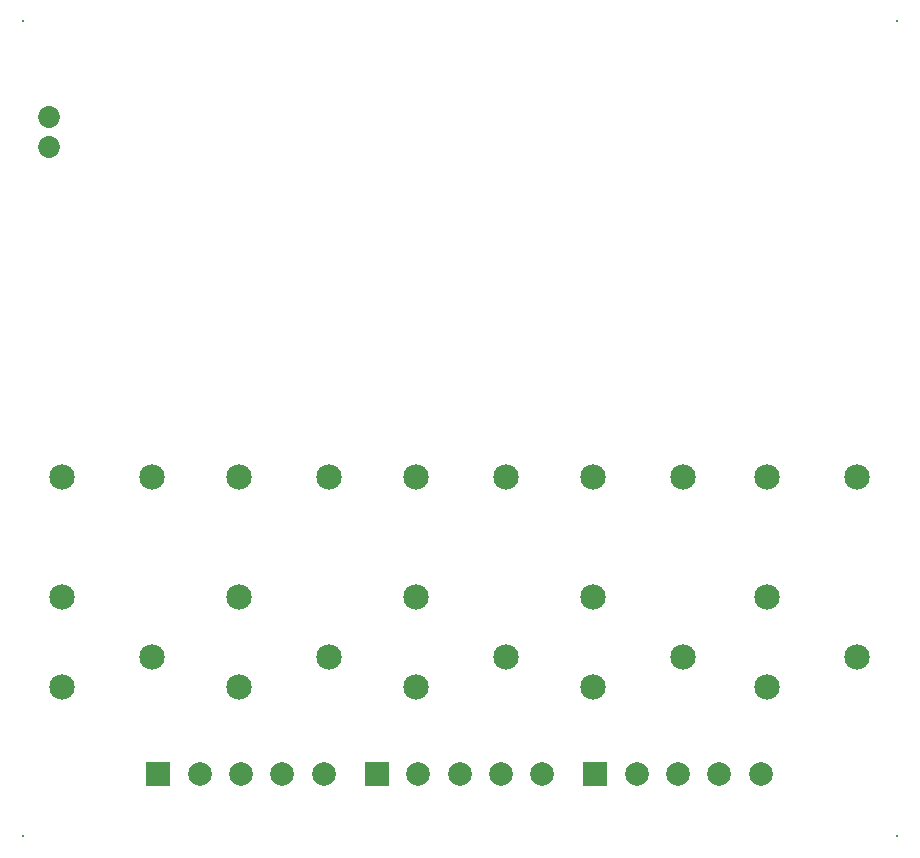
<source format=gbs>
G04*
G04 #@! TF.GenerationSoftware,Altium Limited,Altium Designer,20.0.10 (225)*
G04*
G04 Layer_Color=16711935*
%FSLAX25Y25*%
%MOIN*%
G70*
G01*
G75*
%ADD47C,0.00800*%
%ADD48R,0.07887X0.07887*%
%ADD49C,0.07887*%
%ADD50C,0.08477*%
%ADD51C,0.07296*%
D47*
X296476Y276795D02*
D03*
Y5141D02*
D03*
X5137D02*
D03*
Y276795D02*
D03*
D48*
X195885Y25810D02*
D03*
X123051D02*
D03*
X50216D02*
D03*
D49*
X209665D02*
D03*
X223444D02*
D03*
X237224D02*
D03*
X251003D02*
D03*
X136830D02*
D03*
X150610D02*
D03*
X164389D02*
D03*
X178169D02*
D03*
X63996D02*
D03*
X77775D02*
D03*
X91555D02*
D03*
X105334D02*
D03*
D50*
X283224Y124944D02*
D03*
Y64944D02*
D03*
X253224Y54944D02*
D03*
Y84944D02*
D03*
Y124944D02*
D03*
X225098D02*
D03*
Y64944D02*
D03*
X195098Y54944D02*
D03*
Y84944D02*
D03*
Y124944D02*
D03*
X166043D02*
D03*
Y64944D02*
D03*
X136043Y54944D02*
D03*
Y84944D02*
D03*
Y124944D02*
D03*
X106988D02*
D03*
Y64944D02*
D03*
X76988Y54944D02*
D03*
Y84944D02*
D03*
Y124944D02*
D03*
X47968D02*
D03*
Y64944D02*
D03*
X17968Y54944D02*
D03*
Y84944D02*
D03*
Y124944D02*
D03*
D51*
X13602Y244984D02*
D03*
Y234984D02*
D03*
M02*

</source>
